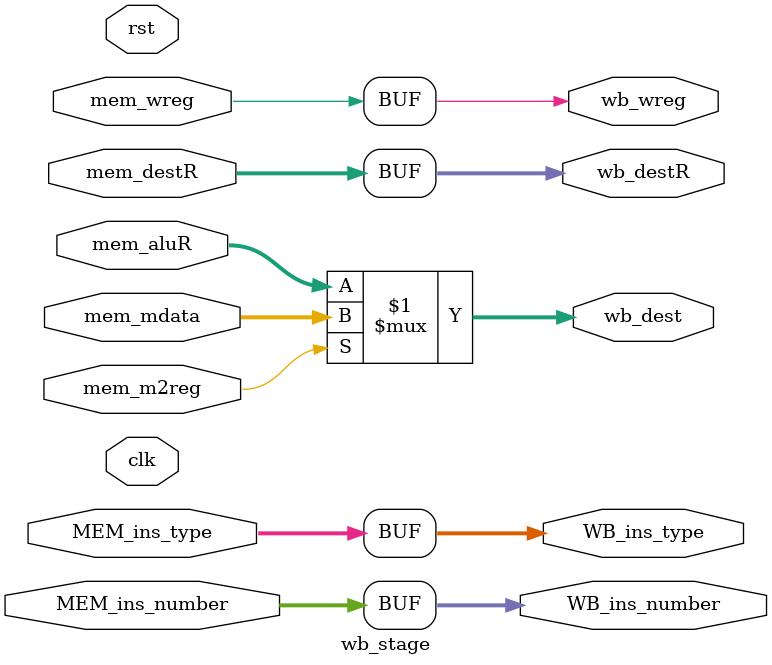
<source format=v>
`timescale 1ns / 1ps
module wb_stage(clk, rst, 
					 mem_destR, 
					 mem_aluR, 
					 mem_mdata, 
					 mem_wreg, 
					 mem_m2reg, 
					 
					 wb_wreg, 				
					 wb_dest, 
					 wb_destR, 
					 
					 MEM_ins_type, 
					 MEM_ins_number, 
					 WB_ins_type, 
					 WB_ins_number
					 );
		input clk, rst;
		input[4:0] mem_destR;
		input[31:0] mem_aluR;
		input[31:0] mem_mdata;
		input mem_wreg;
		input mem_m2reg;
		
		input[3:0] MEM_ins_type;
		input[3:0]	MEM_ins_number;
		output[3:0] WB_ins_type;
		output[3:0] WB_ins_number;
		
		output wb_wreg;
		output[4:0] wb_destR;
		output[31:0] wb_dest;

		assign wb_wreg = mem_wreg;
		assign wb_dest = mem_m2reg ? mem_mdata : mem_aluR;
		assign wb_destR = mem_destR;
		assign WB_ins_type = MEM_ins_type;
		assign WB_ins_number = MEM_ins_number;
		
endmodule
</source>
